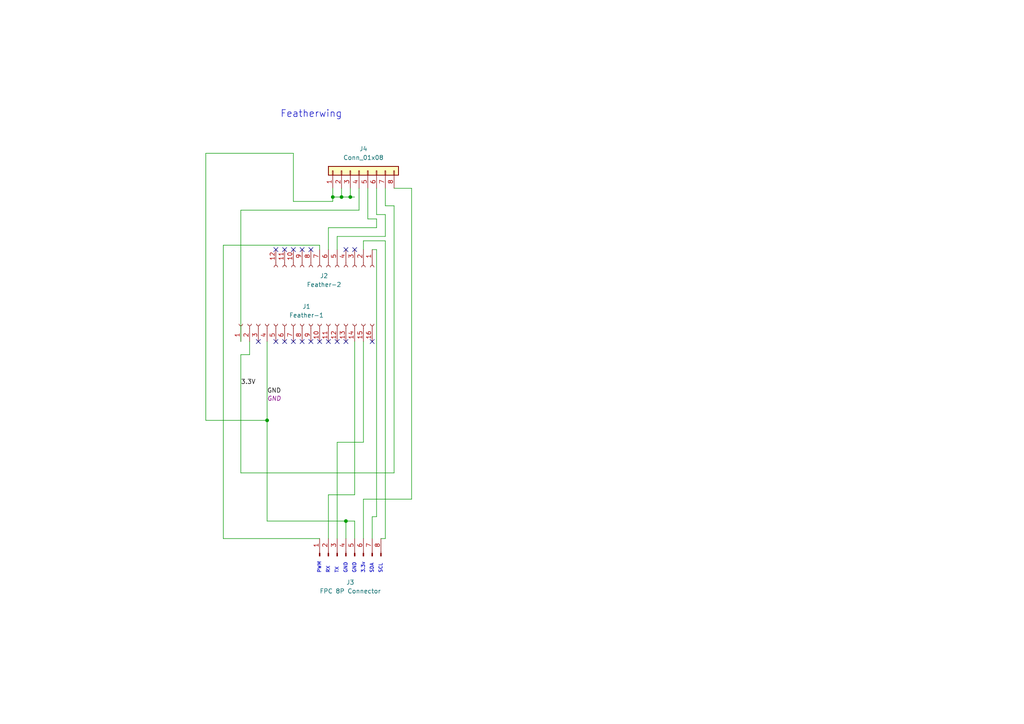
<source format=kicad_sch>
(kicad_sch (version 20250114) (generator "eeschema") (generator_version "9.0")
  (paper "A4")
  (lib_symbols
    (symbol "Connector:Conn_01x08_Pin" (pin_names (offset 1.016) (hide yes))
      (property "Reference" "J" (at 0 10.16 0))
      (property "Value" "Conn_01x08_Pin" (at 0 -12.7 0))
      (symbol "Conn_01x08_Pin_1_1"
        (rectangle (start 0.8636 7.747) (end 0 7.493) (stroke (width 0.1524)) (fill (type outline)))
        (rectangle (start 0.8636 5.207) (end 0 4.953) (stroke (width 0.1524)) (fill (type outline)))
        (rectangle (start 0.8636 2.667) (end 0 2.413) (stroke (width 0.1524)) (fill (type outline)))
        (rectangle (start 0.8636 0.127) (end 0 -0.127) (stroke (width 0.1524)) (fill (type outline)))
        (rectangle (start 0.8636 -2.413) (end 0 -2.667) (stroke (width 0.1524)) (fill (type outline)))
        (rectangle (start 0.8636 -4.953) (end 0 -5.207) (stroke (width 0.1524)) (fill (type outline)))
        (rectangle (start 0.8636 -7.493) (end 0 -7.747) (stroke (width 0.1524)) (fill (type outline)))
        (rectangle (start 0.8636 -10.033) (end 0 -10.287) (stroke (width 0.1524)) (fill (type outline)))
        (polyline (pts (xy 1.27 7.62) (xy 0.8636 7.62)) (stroke (width 0.1524)))
        (polyline (pts (xy 1.27 5.08) (xy 0.8636 5.08)) (stroke (width 0.1524)))
        (polyline (pts (xy 1.27 2.54) (xy 0.8636 2.54)) (stroke (width 0.1524)))
        (polyline (pts (xy 1.27 0) (xy 0.8636 0)) (stroke (width 0.1524)))
        (polyline (pts (xy 1.27 -2.54) (xy 0.8636 -2.54)) (stroke (width 0.1524)))
        (polyline (pts (xy 1.27 -5.08) (xy 0.8636 -5.08)) (stroke (width 0.1524)))
        (polyline (pts (xy 1.27 -7.62) (xy 0.8636 -7.62)) (stroke (width 0.1524)))
        (polyline (pts (xy 1.27 -10.16) (xy 0.8636 -10.16)) (stroke (width 0.1524)))
        (pin passive line (at 5.08 7.62 180) (length 3.81) (name "Pin_1") (number "1"))
        (pin passive line (at 5.08 5.08 180) (length 3.81) (name "Pin_2") (number "2"))
        (pin passive line (at 5.08 2.54 180) (length 3.81) (name "Pin_3") (number "3"))
        (pin passive line (at 5.08 0 180) (length 3.81) (name "Pin_4") (number "4"))
        (pin passive line (at 5.08 -2.54 180) (length 3.81) (name "Pin_5") (number "5"))
        (pin passive line (at 5.08 -5.08 180) (length 3.81) (name "Pin_6") (number "6"))
        (pin passive line (at 5.08 -7.62 180) (length 3.81) (name "Pin_7") (number "7"))
        (pin passive line (at 5.08 -10.16 180) (length 3.81) (name "Pin_8") (number "8"))
      )
    )
    (symbol "Connector:Conn_01x12_Socket" (pin_names (offset 1.016) (hide yes))
      (property "Reference" "J" (at 0 15.24 0))
      (property "Value" "Conn_01x12_Socket" (at 0 -17.78 0))
      (symbol "Conn_01x12_Socket_1_1"
        (polyline (pts (xy -1.27 12.7) (xy -0.508 12.7)) (stroke (width 0.1524)))
        (polyline (pts (xy -1.27 10.16) (xy -0.508 10.16)) (stroke (width 0.1524)))
        (polyline (pts (xy -1.27 7.62) (xy -0.508 7.62)) (stroke (width 0.1524)))
        (polyline (pts (xy -1.27 5.08) (xy -0.508 5.08)) (stroke (width 0.1524)))
        (polyline (pts (xy -1.27 2.54) (xy -0.508 2.54)) (stroke (width 0.1524)))
        (polyline (pts (xy -1.27 0) (xy -0.508 0)) (stroke (width 0.1524)))
        (polyline (pts (xy -1.27 -2.54) (xy -0.508 -2.54)) (stroke (width 0.1524)))
        (polyline (pts (xy -1.27 -5.08) (xy -0.508 -5.08)) (stroke (width 0.1524)))
        (polyline (pts (xy -1.27 -7.62) (xy -0.508 -7.62)) (stroke (width 0.1524)))
        (polyline (pts (xy -1.27 -10.16) (xy -0.508 -10.16)) (stroke (width 0.1524)))
        (polyline (pts (xy -1.27 -12.7) (xy -0.508 -12.7)) (stroke (width 0.1524)))
        (polyline (pts (xy -1.27 -15.24) (xy -0.508 -15.24)) (stroke (width 0.1524)))
        (arc (start 0 12.192) (mid -0.5058 12.7) (end 0 13.208) (stroke (width 0.1524)))
        (arc (start 0 9.652) (mid -0.5058 10.16) (end 0 10.668) (stroke (width 0.1524)))
        (arc (start 0 7.112) (mid -0.5058 7.62) (end 0 8.128) (stroke (width 0.1524)))
        (arc (start 0 4.572) (mid -0.5058 5.08) (end 0 5.588) (stroke (width 0.1524)))
        (arc (start 0 2.032) (mid -0.5058 2.54) (end 0 3.048) (stroke (width 0.1524)))
        (arc (start 0 -0.508) (mid -0.5058 0) (end 0 0.508) (stroke (width 0.1524)))
        (arc (start 0 -3.048) (mid -0.5058 -2.54) (end 0 -2.032) (stroke (width 0.1524)))
        (arc (start 0 -5.588) (mid -0.5058 -5.08) (end 0 -4.572) (stroke (width 0.1524)))
        (arc (start 0 -8.128) (mid -0.5058 -7.62) (end 0 -7.112) (stroke (width 0.1524)))
        (arc (start 0 -10.668) (mid -0.5058 -10.16) (end 0 -9.652) (stroke (width 0.1524)))
        (arc (start 0 -13.208) (mid -0.5058 -12.7) (end 0 -12.192) (stroke (width 0.1524)))
        (arc (start 0 -15.748) (mid -0.5058 -15.24) (end 0 -14.732) (stroke (width 0.1524)))
        (pin passive line (at -5.08 12.7 0) (length 3.81) (name "Pin_1") (number "1"))
        (pin passive line (at -5.08 10.16 0) (length 3.81) (name "Pin_2") (number "2"))
        (pin passive line (at -5.08 7.62 0) (length 3.81) (name "Pin_3") (number "3"))
        (pin passive line (at -5.08 5.08 0) (length 3.81) (name "Pin_4") (number "4"))
        (pin passive line (at -5.08 2.54 0) (length 3.81) (name "Pin_5") (number "5"))
        (pin passive line (at -5.08 0 0) (length 3.81) (name "Pin_6") (number "6"))
        (pin passive line (at -5.08 -2.54 0) (length 3.81) (name "Pin_7") (number "7"))
        (pin passive line (at -5.08 -5.08 0) (length 3.81) (name "Pin_8") (number "8"))
        (pin passive line (at -5.08 -7.62 0) (length 3.81) (name "Pin_9") (number "9"))
        (pin passive line (at -5.08 -10.16 0) (length 3.81) (name "Pin_10") (number "10"))
        (pin passive line (at -5.08 -12.7 0) (length 3.81) (name "Pin_11") (number "11"))
        (pin passive line (at -5.08 -15.24 0) (length 3.81) (name "Pin_12") (number "12"))
      )
    )
    (symbol "Connector:Conn_01x16_Socket" (pin_names (offset 1.016) (hide yes))
      (property "Reference" "J" (at 0 20.32 0))
      (property "Value" "Conn_01x16_Socket" (at 0 -22.86 0))
      (symbol "Conn_01x16_Socket_1_1"
        (polyline (pts (xy -1.27 17.78) (xy -0.508 17.78)) (stroke (width 0.1524)))
        (polyline (pts (xy -1.27 15.24) (xy -0.508 15.24)) (stroke (width 0.1524)))
        (polyline (pts (xy -1.27 12.7) (xy -0.508 12.7)) (stroke (width 0.1524)))
        (polyline (pts (xy -1.27 10.16) (xy -0.508 10.16)) (stroke (width 0.1524)))
        (polyline (pts (xy -1.27 7.62) (xy -0.508 7.62)) (stroke (width 0.1524)))
        (polyline (pts (xy -1.27 5.08) (xy -0.508 5.08)) (stroke (width 0.1524)))
        (polyline (pts (xy -1.27 2.54) (xy -0.508 2.54)) (stroke (width 0.1524)))
        (polyline (pts (xy -1.27 0) (xy -0.508 0)) (stroke (width 0.1524)))
        (polyline (pts (xy -1.27 -2.54) (xy -0.508 -2.54)) (stroke (width 0.1524)))
        (polyline (pts (xy -1.27 -5.08) (xy -0.508 -5.08)) (stroke (width 0.1524)))
        (polyline (pts (xy -1.27 -7.62) (xy -0.508 -7.62)) (stroke (width 0.1524)))
        (polyline (pts (xy -1.27 -10.16) (xy -0.508 -10.16)) (stroke (width 0.1524)))
        (polyline (pts (xy -1.27 -12.7) (xy -0.508 -12.7)) (stroke (width 0.1524)))
        (polyline (pts (xy -1.27 -15.24) (xy -0.508 -15.24)) (stroke (width 0.1524)))
        (polyline (pts (xy -1.27 -17.78) (xy -0.508 -17.78)) (stroke (width 0.1524)))
        (polyline (pts (xy -1.27 -20.32) (xy -0.508 -20.32)) (stroke (width 0.1524)))
        (arc (start 0 17.272) (mid -0.5058 17.78) (end 0 18.288) (stroke (width 0.1524)))
        (arc (start 0 14.732) (mid -0.5058 15.24) (end 0 15.748) (stroke (width 0.1524)))
        (arc (start 0 12.192) (mid -0.5058 12.7) (end 0 13.208) (stroke (width 0.1524)))
        (arc (start 0 9.652) (mid -0.5058 10.16) (end 0 10.668) (stroke (width 0.1524)))
        (arc (start 0 7.112) (mid -0.5058 7.62) (end 0 8.128) (stroke (width 0.1524)))
        (arc (start 0 4.572) (mid -0.5058 5.08) (end 0 5.588) (stroke (width 0.1524)))
        (arc (start 0 2.032) (mid -0.5058 2.54) (end 0 3.048) (stroke (width 0.1524)))
        (arc (start 0 -0.508) (mid -0.5058 0) (end 0 0.508) (stroke (width 0.1524)))
        (arc (start 0 -3.048) (mid -0.5058 -2.54) (end 0 -2.032) (stroke (width 0.1524)))
        (arc (start 0 -5.588) (mid -0.5058 -5.08) (end 0 -4.572) (stroke (width 0.1524)))
        (arc (start 0 -8.128) (mid -0.5058 -7.62) (end 0 -7.112) (stroke (width 0.1524)))
        (arc (start 0 -10.668) (mid -0.5058 -10.16) (end 0 -9.652) (stroke (width 0.1524)))
        (arc (start 0 -13.208) (mid -0.5058 -12.7) (end 0 -12.192) (stroke (width 0.1524)))
        (arc (start 0 -15.748) (mid -0.5058 -15.24) (end 0 -14.732) (stroke (width 0.1524)))
        (arc (start 0 -18.288) (mid -0.5058 -17.78) (end 0 -17.272) (stroke (width 0.1524)))
        (arc (start 0 -20.828) (mid -0.5058 -20.32) (end 0 -19.812) (stroke (width 0.1524)))
        (pin passive line (at -5.08 17.78 0) (length 3.81) (name "Pin_1") (number "1"))
        (pin passive line (at -5.08 15.24 0) (length 3.81) (name "Pin_2") (number "2"))
        (pin passive line (at -5.08 12.7 0) (length 3.81) (name "Pin_3") (number "3"))
        (pin passive line (at -5.08 10.16 0) (length 3.81) (name "Pin_4") (number "4"))
        (pin passive line (at -5.08 7.62 0) (length 3.81) (name "Pin_5") (number "5"))
        (pin passive line (at -5.08 5.08 0) (length 3.81) (name "Pin_6") (number "6"))
        (pin passive line (at -5.08 2.54 0) (length 3.81) (name "Pin_7") (number "7"))
        (pin passive line (at -5.08 0 0) (length 3.81) (name "Pin_8") (number "8"))
        (pin passive line (at -5.08 -2.54 0) (length 3.81) (name "Pin_9") (number "9"))
        (pin passive line (at -5.08 -5.08 0) (length 3.81) (name "Pin_10") (number "10"))
        (pin passive line (at -5.08 -7.62 0) (length 3.81) (name "Pin_11") (number "11"))
        (pin passive line (at -5.08 -10.16 0) (length 3.81) (name "Pin_12") (number "12"))
        (pin passive line (at -5.08 -12.7 0) (length 3.81) (name "Pin_13") (number "13"))
        (pin passive line (at -5.08 -15.24 0) (length 3.81) (name "Pin_14") (number "14"))
        (pin passive line (at -5.08 -17.78 0) (length 3.81) (name "Pin_15") (number "15"))
        (pin passive line (at -5.08 -20.32 0) (length 3.81) (name "Pin_16") (number "16"))
      )
    )
    (symbol "Connector_Generic:Conn_01x08" (pin_names (offset 1.016) (hide yes))
      (property "Reference" "J" (at 0 10.16 0))
      (property "Value" "Conn_01x08" (at 0 -12.7 0))
      (symbol "Conn_01x08_1_1"
        (rectangle (start -1.27 8.89) (end 1.27 -11.43) (stroke (width 0.254)) (fill (type background)))
        (rectangle (start -1.27 7.747) (end 0 7.493) (stroke (width 0.1524)))
        (rectangle (start -1.27 5.207) (end 0 4.953) (stroke (width 0.1524)))
        (rectangle (start -1.27 2.667) (end 0 2.413) (stroke (width 0.1524)))
        (rectangle (start -1.27 0.127) (end 0 -0.127) (stroke (width 0.1524)))
        (rectangle (start -1.27 -2.413) (end 0 -2.667) (stroke (width 0.1524)))
        (rectangle (start -1.27 -4.953) (end 0 -5.207) (stroke (width 0.1524)))
        (rectangle (start -1.27 -7.493) (end 0 -7.747) (stroke (width 0.1524)))
        (rectangle (start -1.27 -10.033) (end 0 -10.287) (stroke (width 0.1524)))
        (pin passive line (at -5.08 7.62 0) (length 3.81) (name "Pin_1") (number "1"))
        (pin passive line (at -5.08 5.08 0) (length 3.81) (name "Pin_2") (number "2"))
        (pin passive line (at -5.08 2.54 0) (length 3.81) (name "Pin_3") (number "3"))
        (pin passive line (at -5.08 0 0) (length 3.81) (name "Pin_4") (number "4"))
        (pin passive line (at -5.08 -2.54 0) (length 3.81) (name "Pin_5") (number "5"))
        (pin passive line (at -5.08 -5.08 0) (length 3.81) (name "Pin_6") (number "6"))
        (pin passive line (at -5.08 -7.62 0) (length 3.81) (name "Pin_7") (number "7"))
        (pin passive line (at -5.08 -10.16 0) (length 3.81) (name "Pin_8") (number "8"))
      )
    )
  )
  (text "RX" (at 95.758 166.37 90) (effects (font (size 1 1)) (justify left bottom)))
  (text "SDA" (at 108.458 166.37 90) (effects (font (size 1 1)) (justify left bottom)))
  (text "GND" (at 103.378 166.37 90) (effects (font (size 1 1)) (justify left bottom)))
  (text "GND" (at 100.838 166.37 90) (effects (font (size 1 1)) (justify left bottom)))
  (text "Featherwing" (at 81.28 34.29 0) (effects (font (size 2 2)) (justify left bottom)))
  (text "PWM" (at 93.218 166.37 90) (effects (font (size 1 1)) (justify left bottom)))
  (text "3.3v" (at 105.918 166.37 90) (effects (font (size 1 1)) (justify left bottom)))
  (text "SCL" (at 110.998 166.37 90) (effects (font (size 1 1)) (justify left bottom)))
  (text "TX" (at 98.298 166.37 90) (effects (font (size 1 1)) (justify left bottom)))
  (junction (at 77.47 121.92))
  (junction (at 100.33 151.13))
  (junction (at 99.06 57.15))
  (junction (at 96.52 57.15))
  (junction (at 101.6 57.15))
  (no_connect (at 87.63 99.06))
  (no_connect (at 80.01 72.39))
  (no_connect (at 85.09 99.06))
  (no_connect (at 102.87 72.39))
  (no_connect (at 82.55 99.06))
  (no_connect (at 90.17 99.06))
  (no_connect (at 107.95 99.06))
  (no_connect (at 90.17 72.39))
  (no_connect (at 87.63 72.39))
  (no_connect (at 92.71 99.06))
  (no_connect (at 100.33 72.39))
  (no_connect (at 95.25 99.06))
  (no_connect (at 80.01 99.06))
  (no_connect (at 85.09 72.39))
  (no_connect (at 100.33 99.06))
  (no_connect (at 74.93 99.06))
  (no_connect (at 82.55 72.39))
  (no_connect (at 97.79 99.06))
  (wire (pts (xy 97.79 68.58) (xy 111.76 68.58)))
  (wire (pts (xy 96.52 57.15) (xy 96.52 58.42)))
  (wire (pts (xy 109.22 66.04) (xy 109.22 63.5)))
  (wire (pts (xy 107.95 72.39) (xy 109.22 72.39)))
  (wire (pts (xy 109.22 72.39) (xy 109.22 149.86)))
  (wire (pts (xy 106.68 63.5) (xy 106.68 54.61)))
  (wire (pts (xy 96.52 57.15) (xy 99.06 57.15)))
  (wire (pts (xy 104.14 54.61) (xy 104.14 60.96)))
  (wire (pts (xy 64.77 71.12) (xy 64.77 156.21)))
  (wire (pts (xy 111.76 62.23) (xy 109.22 62.23)))
  (wire (pts (xy 102.87 151.13) (xy 102.87 156.21)))
  (wire (pts (xy 95.25 66.04) (xy 95.25 72.39)))
  (wire (pts (xy 59.69 121.92) (xy 77.47 121.92)))
  (wire (pts (xy 69.85 137.16) (xy 69.85 102.87)))
  (wire (pts (xy 109.22 63.5) (xy 106.68 63.5)))
  (wire (pts (xy 77.47 151.13) (xy 100.33 151.13)))
  (wire (pts (xy 102.87 57.15) (xy 101.6 57.15)))
  (wire (pts (xy 59.69 44.45) (xy 59.69 121.92)))
  (wire (pts (xy 97.79 128.27) (xy 97.79 156.21)))
  (wire (pts (xy 85.09 44.45) (xy 59.69 44.45)))
  (wire (pts (xy 64.77 156.21) (xy 92.71 156.21)))
  (wire (pts (xy 114.3 137.16) (xy 114.3 59.69)))
  (wire (pts (xy 69.85 60.96) (xy 104.14 60.96)))
  (wire (pts (xy 92.71 72.39) (xy 92.71 71.12)))
  (wire (pts (xy 77.47 121.92) (xy 77.47 151.13)))
  (wire (pts (xy 96.52 54.61) (xy 96.52 57.15)))
  (wire (pts (xy 114.3 59.69) (xy 111.76 59.69)))
  (wire (pts (xy 105.41 69.85) (xy 111.76 69.85)))
  (wire (pts (xy 101.6 54.61) (xy 101.6 57.15)))
  (wire (pts (xy 111.76 59.69) (xy 111.76 54.61)))
  (wire (pts (xy 109.22 54.61) (xy 109.22 62.23)))
  (wire (pts (xy 92.71 71.12) (xy 64.77 71.12)))
  (wire (pts (xy 119.38 144.78) (xy 119.38 54.61)))
  (wire (pts (xy 105.41 156.21) (xy 105.41 144.78)))
  (wire (pts (xy 85.09 58.42) (xy 96.52 58.42)))
  (wire (pts (xy 95.25 143.51) (xy 95.25 156.21)))
  (wire (pts (xy 111.76 69.85) (xy 111.76 156.21)))
  (wire (pts (xy 69.85 102.87) (xy 72.39 102.87)))
  (wire (pts (xy 100.33 151.13) (xy 100.33 156.21)))
  (wire (pts (xy 102.87 143.51) (xy 95.25 143.51)))
  (wire (pts (xy 99.06 54.61) (xy 99.06 57.15)))
  (wire (pts (xy 69.85 60.96) (xy 69.85 99.06)))
  (wire (pts (xy 111.76 156.21) (xy 110.49 156.21)))
  (wire (pts (xy 109.22 66.04) (xy 95.25 66.04)))
  (wire (pts (xy 97.79 72.39) (xy 97.79 68.58)))
  (wire (pts (xy 100.33 151.13) (xy 102.87 151.13)))
  (wire (pts (xy 105.41 144.78) (xy 119.38 144.78)))
  (wire (pts (xy 85.09 44.45) (xy 85.09 58.42)))
  (wire (pts (xy 72.39 102.87) (xy 72.39 99.06)))
  (wire (pts (xy 105.41 99.06) (xy 105.41 128.27)))
  (wire (pts (xy 105.41 72.39) (xy 105.41 69.85)))
  (wire (pts (xy 69.85 137.16) (xy 114.3 137.16)))
  (wire (pts (xy 111.76 68.58) (xy 111.76 62.23)))
  (wire (pts (xy 77.47 99.06) (xy 77.47 121.92)))
  (wire (pts (xy 102.87 99.06) (xy 102.87 143.51)))
  (wire (pts (xy 105.41 128.27) (xy 97.79 128.27)))
  (wire (pts (xy 109.22 149.86) (xy 107.95 149.86)))
  (wire (pts (xy 107.95 149.86) (xy 107.95 156.21)))
  (wire (pts (xy 119.38 54.61) (xy 114.3 54.61)))
  (wire (pts (xy 101.6 57.15) (xy 99.06 57.15)))
  (label "GND" (at 77.47 114.3 0) (property "Netclass" "GND" (at 77.47 115.57 0) (effects (font (italic yes)) (justify left))))
  (label "3.3V" (at 69.85 111.76 0) (property "Netclass" "3.3V" (effects (hide yes))))
  (symbol (lib_id "Connector:Conn_01x12_Socket") (at 95.25 77.47 270) (unit 1)
    (property "Reference" "J2" (at 93.98 80.01 90))
    (property "Value" "Feather-2" (at 93.98 82.55 90))
    (property "Footprint" "Connector_PinHeader_2.54mm:PinHeader_1x12_P2.54mm_Vertical" (effects (hide yes)))
  )
  (symbol (lib_id "Connector:Conn_01x08_Pin") (at 100.33 161.29 90) (unit 1)
    (property "Reference" "J3" (at 101.6 168.91 90))
    (property "Value" "FPC 8P Connector" (at 101.6 171.45 90))
    (property "Footprint" "Connector_FFC-FPC:TE_0-1734839-8_1x08-1MP_P0.5mm_Horizontal" (effects (hide yes)))
    (property "LCSC" "C2856797" (effects (hide yes)))
  )
  (symbol (lib_id "Connector_Generic:Conn_01x08") (at 104.14 49.53 90) (unit 1)
    (property "Reference" "J4" (at 105.41 43.18 90))
    (property "Value" "Conn_01x08" (at 105.41 45.72 90))
    (property "Footprint" "Connector_JST:JST_SH_BM08B-SRSS-TB_1x08-1MP_P1.00mm_Vertical" (effects (hide yes)))
    (property "Description" "Generic connector, single row, 01x08, script generated (kicad-library-utils/schlib/autogen/connector/)" (effects (hide yes)))
    (property "LCSC" "C7430448" (effects (hide yes)))
  )
  (symbol (lib_id "Connector:Conn_01x16_Socket") (at 87.63 93.98 90) (unit 1)
    (property "Reference" "J1" (at 88.9 88.9 90))
    (property "Value" "Feather-1" (at 88.9 91.44 90))
    (property "Footprint" "Connector_PinHeader_2.54mm:PinHeader_1x16_P2.54mm_Vertical" (effects (hide yes)))
  )
)
</source>
